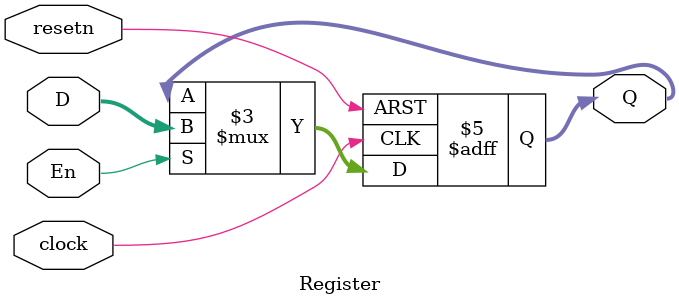
<source format=v>
module RISCV(
	clock,
	resetn,
	instruction, RS1, RS2,   ALUin1, ALUin2, instructionR, pc, ALUOut,WBselOut,DataMemOut,RegWEnout
	//WBselOut, RegWEnout, rddR3out, immSelout,pcSelout , ALUOut, DataMemOut, immOut,
);

	input clock, resetn;
	output [7:0]pc;
	output [31:0]instruction, RS1, RS2, ALUOut;
	output [31:0]	DataMemOut;
	wire [31:0]	immOut;
	output reg [31:0]  ALUin1, ALUin2; 
	output reg [31:0]WBselOut;
	output RegWEnout;
	wire pcSelout;
	wire  [2:0]immSelout;
	wire [4:0]rddR3out;
	//WBselOut, RegWEnout, rddR3out, immSelout,pcSelout , ALUOut, DataMemOut, immOut;
	assign rddR3out = rddR3;
	
	//////////////////////////
	//Pipelining Register Control
	//Number represents the stage of pipeline
	reg En1,En2,En3;	
	wire En4 = 1,En5 = 1;
	reg control_reset1;
	wire control_reset2 = resetn, control_reset3 =  resetn;
	
	
	
	//////////////////////////'
	//Control Wires
	reg  BrEq, BrLT;
	wire RegWEn, MemRW, Bsel, Asel, BrUn, PCSel;
	wire [3:0]ALUsel;
	wire [1:0] WBsel;
	wire [2:0]ImmSel;
	
	////////////////////////////
	output [31:0]instructionR;
	wire  [31:0]RS1R, RS2R, immOutR, ALUOutR, RS2R2, WBselOutR, instructionR2;
	wire [4:0]rddR, rddR2, rddR3;
	wire [7:0]pcR,pcR2;
	
	assign RegWEnout = RegWEn;
	assign immSelout = ImmSel;
	assign pcSelout = PCSel;
	
	///////////////////////////////
	wire [4:0]rs1,rs2;
	assign rs1 = instructionR[19:15];
	assign rs2 = instructionR[24:20];
	
	////////////////////////////
	ControlUnit ControlUnit(instructionR, clock, resetn, control_reset1, control_reset2, control_reset3, En3, En4, En5, BrEq, BrLT, WBsel, RegWEn, MemRW, ALUsel, Bsel, Asel, BrUn, ImmSel, PCSel);
	ProgramCounter ProgramCounter(clock,resetn,En1,PCSel,ALUOut, pc);
	InstructionMemory Imem(pc, resetn, instruction);
	RegFile Registers(clock, instructionR[19:15], instructionR[24:20], rddR3, WBselOutR, RegWEn, resetn, RS1, RS2);	
	ImmGenerator ImmGen(instructionR, ImmSel, immOut);
	ALU ALU(ALUin1,ALUin2,ALUsel,ALUOut);
	DataMemory DataMemory(ALUOutR[5:0], clock, RS2R2, MemRW, resetn, DataMemOut);
	////////////////////////////
	
	////////////////////////////
	Register #(5) rddRegister(instructionR[11:7], clock, resetn, 1'b1, rddR);
	Register #(5) rddRegister2(rddR, clock, resetn, 1'b1, rddR2);
	Register #(5) rddRegister3(rddR2, clock, resetn, 1'b1, rddR3);
	
	Register pcRegister(pc, clock, resetn, En3, pcR);
	Register pcRegister2(pcR, clock, resetn, En4, pcR2);
	
	////////////////////////////
	Register InstructionMemoryRegister(instruction,clock,resetn,En2,instructionR);
	
	Register InstructionMemoryRegister2(instruction,clock,resetn,En3,instructionR2);
	Register RS1Register(RS1Mux,clock,resetn,En3,RS1R);
	Register RS2Register(RS2Mux,clock,resetn,En3,RS2R);
	Register ImmGenRegister(immOut,clock,resetn,En3,immOutR);
	
	Register ALURegister(ALUOut,clock,resetn,En4,ALUOutR);
	Register RS2Register2(RS2R,clock,resetn,En4,RS2R2);
	//Register RS1Register(RS1R,clock,resetn,RS1R);
	
	Register WBSelOutRegister(WBselOut,clock,resetn,En5,WBselOutR);
	////////////////////////////
	
	//Branch Comparator for branch instructions
	always@(*) begin
	
	if(RS1Mux == RS2Mux) begin
	BrEq = 1;
	BrLT = 0;
	end
	else if(RS1Mux < RS2Mux) begin
	BrEq = 0;
	BrLT = 1;
	end
	else begin
	BrEq = 0;
	BrLT = 0;
	end
	
	end
	////////////////////////////
	
	////////////////////////////
	//Mux for ASel
	always@(*) begin
	
	case(Asel) 
	1'b0: ALUin1 = RS1R;
	1'b1: ALUin1 = pcR2;	
	endcase
	
	end
	
	//Mux for BSel
	always@(*) begin
	
	case(Bsel) 
	1'b0: ALUin2 = RS2R;
	1'b1: ALUin2 = immOutR;	
	endcase
	
	end
	////////////////////////////
	
	
	////////////////////////////
	//Mux for WBsel
	always@(*) begin
	case(WBsel)
	2'b0: WBselOut = DataMemOut;
	2'b1: WBselOut = ALUOutR;
	2'd2: WBselOut = pc + 3'd4;
	default: WBselOut = 32'b0;
		
	endcase
	end
	////////////////////////////
	
	
	////////////////////////////
	//Data hazard for R and I format
	reg [31:0]RS1Mux,RS2Mux;
	 
	//Mux for RS1
	always@(*) begin
	if(rs1 == rddR && (instructionR2[6:0] != LWform ) && counter == 0) 
	RS1Mux = ALUOut;
	else if(rs1 == rddR2 &&  counter == 0)
	RS1Mux = WBselOut;
	else if(rs1 == rddR3 && counter == 0)
	RS1Mux = WBselOutR;
	else
	RS1Mux = RS1;
	end
	
	//Mux for RS2
	always@(*) begin
	
	if(rs2 == rddR && (instructionR2[6:0] != LWform ) &&  counter == 0) 
	RS2Mux = ALUOut;
	else if(rs2 == rddR2 && counter == 0)
	RS2Mux = WBselOut;
	else if(rs2 == rddR3 && counter == 0)
	RS2Mux = WBselOutR;
	else
	RS2Mux = RS2;
	
	end
	
	////////////////////////////
	
	
	////////////////////////////
	//Data stalling
	parameter LWform = 7'b0000011, Iform = 7'b0010011, Rform = 7'b0110011;
	always@(*) begin
	
	if(LWform == instructionR2[6:0] && rs1 == rddR) begin
	En1 = 0;	En2 = 0;	En3 = 0;control_reset1=0;
	end
	else if(PCSel == 1 || counter == 1) begin
	control_reset1 = 0;En1 = 1;En2 = 1;	En3 = 1;
	end
	else begin
	En1 = 1;	En2 = 1;	En3 = 1;control_reset1=resetn;
	end
	end
	////////////////////////////
	
	////////////////////////////
	// Branch and Jump Hazard
	reg [1:0]counter;
	always@(posedge clock) begin
	if(PCSel == 1 || counter == 1)                         
	counter <= counter + 1;
	else 
	counter<=0;
	end
	
endmodule


////////////////////////Register////////////////////////////
module Register
 #(parameter width = 32)
(
	input [width - 1:0]D,
	input clock, resetn, En,
	output reg [width - 1:0]Q
);
	
	always@(posedge clock or negedge resetn) begin
	
	if(~resetn)
	Q <= 1'b0;
	else if(En)
	Q <= D;
	
	end
	

endmodule

</source>
